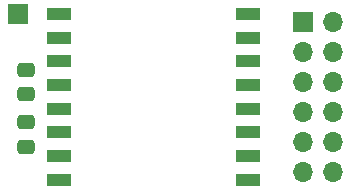
<source format=gbr>
%TF.GenerationSoftware,KiCad,Pcbnew,7.0.1*%
%TF.CreationDate,2023-03-26T17:23:28+02:00*%
%TF.ProjectId,RFM9xW_ANT_PMOD,52464d39-7857-45f4-914e-545f504d4f44,rev?*%
%TF.SameCoordinates,Original*%
%TF.FileFunction,Soldermask,Top*%
%TF.FilePolarity,Negative*%
%FSLAX46Y46*%
G04 Gerber Fmt 4.6, Leading zero omitted, Abs format (unit mm)*
G04 Created by KiCad (PCBNEW 7.0.1) date 2023-03-26 17:23:28*
%MOMM*%
%LPD*%
G01*
G04 APERTURE LIST*
G04 Aperture macros list*
%AMRoundRect*
0 Rectangle with rounded corners*
0 $1 Rounding radius*
0 $2 $3 $4 $5 $6 $7 $8 $9 X,Y pos of 4 corners*
0 Add a 4 corners polygon primitive as box body*
4,1,4,$2,$3,$4,$5,$6,$7,$8,$9,$2,$3,0*
0 Add four circle primitives for the rounded corners*
1,1,$1+$1,$2,$3*
1,1,$1+$1,$4,$5*
1,1,$1+$1,$6,$7*
1,1,$1+$1,$8,$9*
0 Add four rect primitives between the rounded corners*
20,1,$1+$1,$2,$3,$4,$5,0*
20,1,$1+$1,$4,$5,$6,$7,0*
20,1,$1+$1,$6,$7,$8,$9,0*
20,1,$1+$1,$8,$9,$2,$3,0*%
G04 Aperture macros list end*
%ADD10R,1.700000X1.700000*%
%ADD11O,1.700000X1.700000*%
%ADD12RoundRect,0.250000X0.475000X-0.337500X0.475000X0.337500X-0.475000X0.337500X-0.475000X-0.337500X0*%
%ADD13R,2.000000X1.000000*%
%ADD14RoundRect,0.250000X-0.475000X0.337500X-0.475000X-0.337500X0.475000X-0.337500X0.475000X0.337500X0*%
G04 APERTURE END LIST*
D10*
%TO.C,J1*%
X149860000Y-43180000D03*
D11*
X152400000Y-43180000D03*
X149860000Y-45720000D03*
X152400000Y-45720000D03*
X149860000Y-48260000D03*
X152400000Y-48260000D03*
X149860000Y-50800000D03*
X152400000Y-50800000D03*
X149860000Y-53340000D03*
X152400000Y-53340000D03*
X149860000Y-55880000D03*
X152400000Y-55880000D03*
%TD*%
D12*
%TO.C,C1*%
X126365000Y-49297500D03*
X126365000Y-47222500D03*
%TD*%
D13*
%TO.C,U1*%
X145160000Y-56530000D03*
X145160000Y-54530000D03*
X145160000Y-52530000D03*
X145160000Y-50530000D03*
X145160000Y-48530000D03*
X145160000Y-46530000D03*
X145160000Y-44530000D03*
X145160000Y-42530000D03*
X129160000Y-42530000D03*
X129160000Y-44530000D03*
X129160000Y-46530000D03*
X129160000Y-48530000D03*
X129160000Y-50530000D03*
X129160000Y-52530000D03*
X129160000Y-54530000D03*
X129160000Y-56530000D03*
%TD*%
D10*
%TO.C,Je*%
X125730000Y-42545000D03*
%TD*%
D14*
%TO.C,C2*%
X126365000Y-51667500D03*
X126365000Y-53742500D03*
%TD*%
M02*

</source>
